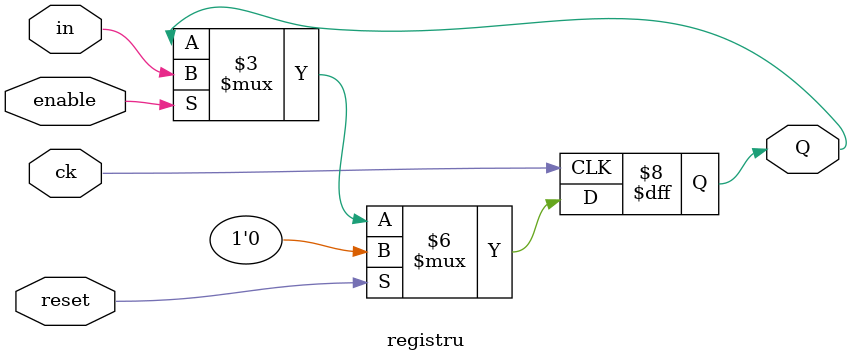
<source format=v>
module registru(input in,
		input ck,			
		input reset,
		input enable,
		output reg Q) ;



always @(posedge ck) begin

	if(reset) Q <= 0;
		else if (enable) Q <= in;	
					else 	  Q <= Q; 

end 	



endmodule

</source>
